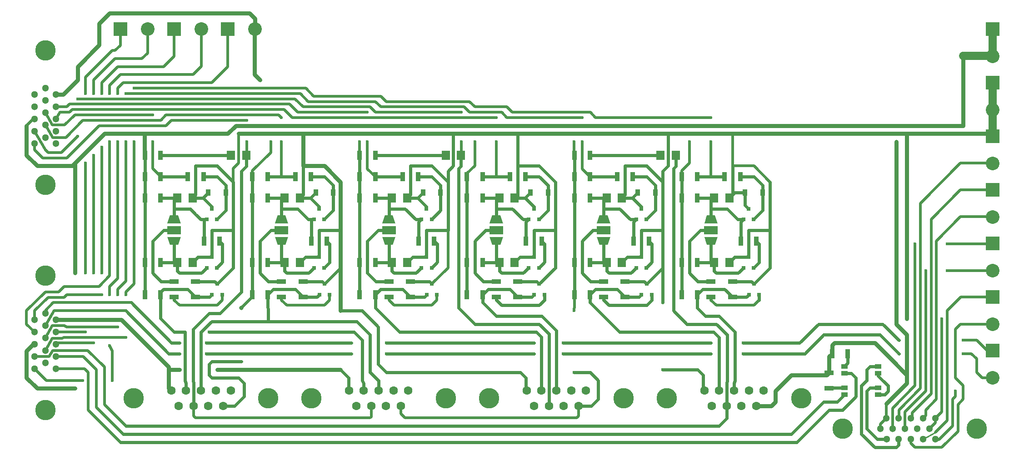
<source format=gbr>
G04 #@! TF.FileFunction,Copper,L1,Top,Signal*
%FSLAX46Y46*%
G04 Gerber Fmt 4.6, Leading zero omitted, Abs format (unit mm)*
G04 Created by KiCad (PCBNEW 4.0.3+e1-6302~38~ubuntu15.10.1-stable) date Wed Nov  9 08:21:01 2016*
%MOMM*%
%LPD*%
G01*
G04 APERTURE LIST*
%ADD10C,0.100000*%
%ADD11C,3.810000*%
%ADD12C,1.300000*%
%ADD13R,0.900000X1.700000*%
%ADD14R,1.597660X1.800860*%
%ADD15R,2.540000X2.540000*%
%ADD16C,2.540000*%
%ADD17R,0.800100X0.800100*%
%ADD18R,1.700000X0.900000*%
%ADD19C,1.600000*%
%ADD20R,1.300000X0.900000*%
%ADD21R,2.500000X1.500000*%
%ADD22R,0.910000X1.220000*%
%ADD23C,0.600000*%
%ADD24C,0.800000*%
%ADD25C,0.600000*%
%ADD26C,0.800000*%
%ADD27C,0.500000*%
%ADD28C,1.500000*%
%ADD29C,0.250000*%
G04 APERTURE END LIST*
D10*
D11*
X43500000Y-94000000D03*
X43500000Y-69000000D03*
D12*
X45480000Y-77170000D03*
X45480000Y-79460000D03*
X45480000Y-81750000D03*
X45480000Y-84040000D03*
X45480000Y-86330000D03*
X43500000Y-76030000D03*
X43500000Y-78320000D03*
X43500000Y-80610000D03*
X43500000Y-82900000D03*
X43500000Y-85190000D03*
X41520000Y-77200000D03*
X41520000Y-79460000D03*
X41520000Y-81750000D03*
X41520000Y-84040000D03*
X41520000Y-86330000D03*
D13*
X64950000Y-108500000D03*
X62050000Y-108500000D03*
D14*
X68080140Y-108500000D03*
X70919860Y-108500000D03*
X88080140Y-108500000D03*
X90919860Y-108500000D03*
X108080140Y-108500000D03*
X110919860Y-108500000D03*
X128080140Y-108500000D03*
X130919860Y-108500000D03*
X148080140Y-108500000D03*
X150919860Y-108500000D03*
X168080140Y-108500000D03*
X170919860Y-108500000D03*
X68080140Y-96500000D03*
X70919860Y-96500000D03*
X88080140Y-96500000D03*
X90919860Y-96500000D03*
X108080140Y-96500000D03*
X110919860Y-96500000D03*
X128080140Y-96500000D03*
X130919860Y-96500000D03*
X148080140Y-96500000D03*
X150919860Y-96500000D03*
X168080140Y-96500000D03*
X170919860Y-96500000D03*
D15*
X220000000Y-74960000D03*
D16*
X220000000Y-80040000D03*
D15*
X220000000Y-64960000D03*
D16*
X220000000Y-70040000D03*
D17*
X74550000Y-114500760D03*
X76450000Y-114500760D03*
X75500000Y-112501780D03*
X94550000Y-114500760D03*
X96450000Y-114500760D03*
X95500000Y-112501780D03*
X114550000Y-114500760D03*
X116450000Y-114500760D03*
X115500000Y-112501780D03*
X134550000Y-114500760D03*
X136450000Y-114500760D03*
X135500000Y-112501780D03*
X154550000Y-114500760D03*
X156450000Y-114500760D03*
X155500000Y-112501780D03*
X174550000Y-114500760D03*
X176450000Y-114500760D03*
X175500000Y-112501780D03*
X73550000Y-109500760D03*
X75450000Y-109500760D03*
X74500000Y-107501780D03*
X93550000Y-109500760D03*
X95450000Y-109500760D03*
X94500000Y-107501780D03*
D18*
X111500000Y-114950000D03*
X111500000Y-112050000D03*
X131500000Y-114950000D03*
X131500000Y-112050000D03*
X151500000Y-114950000D03*
X151500000Y-112050000D03*
X171500000Y-114950000D03*
X171500000Y-112050000D03*
D13*
X62050000Y-114500000D03*
X64950000Y-114500000D03*
X82050000Y-114500000D03*
X84950000Y-114500000D03*
X102050000Y-114500000D03*
X104950000Y-114500000D03*
X122050000Y-114500000D03*
X124950000Y-114500000D03*
X142050000Y-114500000D03*
X144950000Y-114500000D03*
X162050000Y-114500000D03*
X164950000Y-114500000D03*
D18*
X67500000Y-112050000D03*
X67500000Y-114950000D03*
X87500000Y-112050000D03*
X87500000Y-114950000D03*
X107500000Y-112050000D03*
X107500000Y-114950000D03*
X127500000Y-112050000D03*
X127500000Y-114950000D03*
X147500000Y-112050000D03*
X147500000Y-114950000D03*
X167500000Y-112050000D03*
X167500000Y-114950000D03*
D13*
X84950000Y-108500000D03*
X82050000Y-108500000D03*
X102050000Y-108500000D03*
X104950000Y-108500000D03*
X122050000Y-108500000D03*
X124950000Y-108500000D03*
X142050000Y-108500000D03*
X144950000Y-108500000D03*
X162050000Y-108500000D03*
X164950000Y-108500000D03*
X73050000Y-104500000D03*
X75950000Y-104500000D03*
X93050000Y-104500000D03*
X95950000Y-104500000D03*
X113050000Y-104500000D03*
X115950000Y-104500000D03*
X133050000Y-104500000D03*
X135950000Y-104500000D03*
X153050000Y-104500000D03*
X155950000Y-104500000D03*
X173050000Y-104500000D03*
X175950000Y-104500000D03*
X64950000Y-96500000D03*
X62050000Y-96500000D03*
X82050000Y-96500000D03*
X84950000Y-96500000D03*
X102050000Y-96500000D03*
X104950000Y-96500000D03*
X122050000Y-96500000D03*
X124950000Y-96500000D03*
X142050000Y-96500000D03*
X144950000Y-96500000D03*
X162050000Y-96500000D03*
X164950000Y-96500000D03*
X64950000Y-92500000D03*
X62050000Y-92500000D03*
X84950000Y-92500000D03*
X82050000Y-92500000D03*
X104950000Y-92500000D03*
X102050000Y-92500000D03*
D11*
X84990000Y-133850000D03*
X59990000Y-133850000D03*
D19*
X66950000Y-132430000D03*
X69720000Y-132430000D03*
X72490000Y-132430000D03*
X75260000Y-132430000D03*
X78030000Y-132430000D03*
X68335000Y-135270000D03*
X71105000Y-135270000D03*
X73875000Y-135270000D03*
X76645000Y-135270000D03*
D11*
X118090000Y-133850000D03*
X93090000Y-133850000D03*
D19*
X100050000Y-132430000D03*
X102820000Y-132430000D03*
X105590000Y-132430000D03*
X108360000Y-132430000D03*
X111130000Y-132430000D03*
X101435000Y-135270000D03*
X104205000Y-135270000D03*
X106975000Y-135270000D03*
X109745000Y-135270000D03*
D11*
X151190000Y-133850000D03*
X126190000Y-133850000D03*
D19*
X133150000Y-132430000D03*
X135920000Y-132430000D03*
X138690000Y-132430000D03*
X141460000Y-132430000D03*
X144230000Y-132430000D03*
X134535000Y-135270000D03*
X137305000Y-135270000D03*
X140075000Y-135270000D03*
X142845000Y-135270000D03*
D11*
X184290000Y-133850000D03*
X159290000Y-133850000D03*
D19*
X166250000Y-132430000D03*
X169020000Y-132430000D03*
X171790000Y-132430000D03*
X174560000Y-132430000D03*
X177330000Y-132430000D03*
X167635000Y-135270000D03*
X170405000Y-135270000D03*
X173175000Y-135270000D03*
X175945000Y-135270000D03*
D20*
X192350000Y-133135000D03*
X192350000Y-131865000D03*
X198650000Y-131865000D03*
X198650000Y-133135000D03*
X192350000Y-129135000D03*
X192350000Y-127865000D03*
X198650000Y-127865000D03*
X198650000Y-129135000D03*
D17*
X113550000Y-109500760D03*
X115450000Y-109500760D03*
X114500000Y-107501780D03*
X133550000Y-109500760D03*
X135450000Y-109500760D03*
X134500000Y-107501780D03*
X153550000Y-109500760D03*
X155450000Y-109500760D03*
X154500000Y-107501780D03*
X173550000Y-109500760D03*
X175450000Y-109500760D03*
X174500000Y-107501780D03*
X73550000Y-100500760D03*
X75450000Y-100500760D03*
X74500000Y-98501780D03*
X93550000Y-100500760D03*
X95450000Y-100500760D03*
X94500000Y-98501780D03*
X113550000Y-100500760D03*
X115450000Y-100500760D03*
X114500000Y-98501780D03*
X133550000Y-100500760D03*
X135450000Y-100500760D03*
X134500000Y-98501780D03*
X153550000Y-100500760D03*
X155450000Y-100500760D03*
X154500000Y-98501780D03*
X173550000Y-100500760D03*
X175450000Y-100500760D03*
X174500000Y-98501780D03*
D18*
X71500000Y-114950000D03*
X71500000Y-112050000D03*
X91500000Y-114950000D03*
X91500000Y-112050000D03*
D13*
X124950000Y-92500000D03*
X122050000Y-92500000D03*
X144950000Y-92500000D03*
X142050000Y-92500000D03*
X164950000Y-92500000D03*
X162050000Y-92500000D03*
X72950000Y-92500000D03*
X70050000Y-92500000D03*
X92950000Y-92500000D03*
X90050000Y-92500000D03*
X112950000Y-92500000D03*
X110050000Y-92500000D03*
X132950000Y-92500000D03*
X130050000Y-92500000D03*
X152950000Y-92500000D03*
X150050000Y-92500000D03*
X172950000Y-92500000D03*
X170050000Y-92500000D03*
D18*
X189500000Y-131950000D03*
X189500000Y-129050000D03*
D13*
X192950000Y-125500000D03*
X190050000Y-125500000D03*
X102050000Y-88500000D03*
X104950000Y-88500000D03*
X142050000Y-88500000D03*
X144950000Y-88500000D03*
X62050000Y-88500000D03*
X64950000Y-88500000D03*
D14*
X158080140Y-88500000D03*
X160919860Y-88500000D03*
X78080140Y-88500000D03*
X80919860Y-88500000D03*
X118080140Y-88500000D03*
X120919860Y-88500000D03*
D15*
X220000000Y-84960000D03*
D16*
X220000000Y-90040000D03*
D15*
X220000000Y-94960000D03*
D16*
X220000000Y-100040000D03*
D15*
X220000000Y-104960000D03*
D16*
X220000000Y-110040000D03*
D10*
G36*
X66750000Y-99750000D02*
X68250000Y-99750000D01*
X68750000Y-101250000D01*
X66250000Y-101250000D01*
X66750000Y-99750000D01*
X66750000Y-99750000D01*
G37*
G36*
X66250000Y-103750000D02*
X68750000Y-103750000D01*
X68250000Y-105250000D01*
X66750000Y-105250000D01*
X66250000Y-103750000D01*
X66250000Y-103750000D01*
G37*
D21*
X67500000Y-102500000D03*
D10*
G36*
X86750000Y-99750000D02*
X88250000Y-99750000D01*
X88750000Y-101250000D01*
X86250000Y-101250000D01*
X86750000Y-99750000D01*
X86750000Y-99750000D01*
G37*
G36*
X86250000Y-103750000D02*
X88750000Y-103750000D01*
X88250000Y-105250000D01*
X86750000Y-105250000D01*
X86250000Y-103750000D01*
X86250000Y-103750000D01*
G37*
D21*
X87500000Y-102500000D03*
D10*
G36*
X106750000Y-99750000D02*
X108250000Y-99750000D01*
X108750000Y-101250000D01*
X106250000Y-101250000D01*
X106750000Y-99750000D01*
X106750000Y-99750000D01*
G37*
G36*
X106250000Y-103750000D02*
X108750000Y-103750000D01*
X108250000Y-105250000D01*
X106750000Y-105250000D01*
X106250000Y-103750000D01*
X106250000Y-103750000D01*
G37*
D21*
X107500000Y-102500000D03*
D10*
G36*
X126750000Y-99750000D02*
X128250000Y-99750000D01*
X128750000Y-101250000D01*
X126250000Y-101250000D01*
X126750000Y-99750000D01*
X126750000Y-99750000D01*
G37*
G36*
X126250000Y-103750000D02*
X128750000Y-103750000D01*
X128250000Y-105250000D01*
X126750000Y-105250000D01*
X126250000Y-103750000D01*
X126250000Y-103750000D01*
G37*
D21*
X127500000Y-102500000D03*
D10*
G36*
X146750000Y-99750000D02*
X148250000Y-99750000D01*
X148750000Y-101250000D01*
X146250000Y-101250000D01*
X146750000Y-99750000D01*
X146750000Y-99750000D01*
G37*
G36*
X146250000Y-103750000D02*
X148750000Y-103750000D01*
X148250000Y-105250000D01*
X146750000Y-105250000D01*
X146250000Y-103750000D01*
X146250000Y-103750000D01*
G37*
D21*
X147500000Y-102500000D03*
D10*
G36*
X166750000Y-99750000D02*
X168250000Y-99750000D01*
X168750000Y-101250000D01*
X166250000Y-101250000D01*
X166750000Y-99750000D01*
X166750000Y-99750000D01*
G37*
G36*
X166250000Y-103750000D02*
X168750000Y-103750000D01*
X168250000Y-105250000D01*
X166750000Y-105250000D01*
X166250000Y-103750000D01*
X166250000Y-103750000D01*
G37*
D21*
X167500000Y-102500000D03*
D22*
X77135000Y-95500000D03*
X73865000Y-95500000D03*
X97135000Y-95500000D03*
X93865000Y-95500000D03*
X117135000Y-95500000D03*
X113865000Y-95500000D03*
X137135000Y-95500000D03*
X133865000Y-95500000D03*
X157135000Y-95500000D03*
X153865000Y-95500000D03*
X177135000Y-95500000D03*
X173865000Y-95500000D03*
D11*
X43500000Y-136000000D03*
X43500000Y-111000000D03*
D12*
X45480000Y-119170000D03*
X45480000Y-121460000D03*
X45480000Y-123750000D03*
X45480000Y-126040000D03*
X45480000Y-128330000D03*
X43500000Y-118030000D03*
X43500000Y-120320000D03*
X43500000Y-122610000D03*
X43500000Y-124900000D03*
X43500000Y-127190000D03*
X41520000Y-119200000D03*
X41520000Y-121460000D03*
X41520000Y-123750000D03*
X41520000Y-126040000D03*
X41520000Y-128330000D03*
D15*
X57460000Y-65000000D03*
D16*
X62540000Y-65000000D03*
D15*
X67460000Y-65000000D03*
D16*
X72540000Y-65000000D03*
D15*
X77460000Y-65000000D03*
D16*
X82540000Y-65000000D03*
D15*
X220000000Y-114960000D03*
D16*
X220000000Y-120040000D03*
D11*
X217000000Y-139500000D03*
X192000000Y-139500000D03*
D12*
X200170000Y-137520000D03*
X202460000Y-137520000D03*
X204750000Y-137520000D03*
X207040000Y-137520000D03*
X209330000Y-137520000D03*
X199030000Y-139500000D03*
X201320000Y-139500000D03*
X203610000Y-139500000D03*
X205900000Y-139500000D03*
X208190000Y-139500000D03*
X200200000Y-141480000D03*
X202460000Y-141480000D03*
X204750000Y-141480000D03*
X207040000Y-141480000D03*
X209330000Y-141480000D03*
D15*
X220000000Y-124960000D03*
D16*
X220000000Y-130040000D03*
D23*
X68500000Y-128500000D03*
X75500000Y-128500000D03*
X204000000Y-119000000D03*
X210500000Y-119000000D03*
X98500000Y-117500000D03*
X98500000Y-128500000D03*
X158500000Y-128500000D03*
X158500000Y-116000000D03*
X83500000Y-84500000D03*
X83500000Y-74500000D03*
X63500000Y-81000000D03*
X63500000Y-86000000D03*
X87500000Y-81500000D03*
X87500000Y-86000000D03*
X103500000Y-86000000D03*
X103500000Y-80500000D03*
X127500000Y-86000000D03*
X127500000Y-81500000D03*
X57000000Y-120500000D03*
X58500000Y-86000000D03*
X58500000Y-77000000D03*
X57000000Y-114500000D03*
X143500000Y-86000000D03*
X143500000Y-81500000D03*
X60000000Y-76000000D03*
X60000000Y-86000000D03*
X167500000Y-86000000D03*
X167500000Y-81500000D03*
X58500000Y-114500000D03*
X58500000Y-122500000D03*
X81000000Y-86000000D03*
X81000000Y-82000000D03*
X121000000Y-80500000D03*
X121000000Y-86000000D03*
X49500000Y-85000000D03*
X49500000Y-78000000D03*
X207500000Y-110000000D03*
X211500000Y-110000000D03*
X205500000Y-105000000D03*
X211500000Y-105000000D03*
X80000000Y-127000000D03*
D24*
X80000000Y-117000000D03*
D23*
X202000000Y-83000000D03*
X202000000Y-86000000D03*
X85500000Y-83000000D03*
X85500000Y-86000000D03*
X142000000Y-129000000D03*
X142000000Y-117500000D03*
X163500000Y-83000000D03*
X163500000Y-86000000D03*
X142000000Y-83000000D03*
X142000000Y-86000000D03*
X123500000Y-83000000D03*
X123500000Y-86000000D03*
X102000000Y-83000000D03*
X102000000Y-86000000D03*
X49000000Y-110500000D03*
X49000000Y-132000000D03*
X69500000Y-121500000D03*
X74000000Y-121500000D03*
X200500000Y-132500000D03*
X213000000Y-132500000D03*
X51000000Y-110500000D03*
X51000000Y-121500000D03*
X51000000Y-77000000D03*
X51000000Y-90000000D03*
X52500000Y-88500000D03*
X52500000Y-77000000D03*
X52500000Y-123500000D03*
X52500000Y-110500000D03*
X214500000Y-123000000D03*
X202500000Y-123000000D03*
X134500000Y-123500000D03*
X140000000Y-123500000D03*
X100500000Y-123500000D03*
X73500000Y-123500000D03*
X68500000Y-123500000D03*
X107000000Y-123500000D03*
X173500000Y-123500000D03*
X167500000Y-123500000D03*
X202500000Y-125500000D03*
X214500000Y-125500000D03*
X167500000Y-125500000D03*
X173500000Y-125500000D03*
X140000000Y-125500000D03*
X134500000Y-125500000D03*
X107000000Y-125500000D03*
X100500000Y-125500000D03*
X73500000Y-125500000D03*
X68500000Y-125500000D03*
X54000000Y-87000000D03*
X54000000Y-77000000D03*
X54000000Y-114500000D03*
X54000000Y-110500000D03*
X55500000Y-86000000D03*
X55500000Y-77000000D03*
X57000000Y-86000000D03*
X57000000Y-77000000D03*
X50500000Y-130500000D03*
X55500000Y-114500000D03*
X55500000Y-124000000D03*
X56000000Y-130500000D03*
D25*
X119500000Y-129000000D02*
X107000000Y-129000000D01*
X102500000Y-117500000D02*
X98500000Y-117500000D01*
X105500000Y-120500000D02*
X102500000Y-117500000D01*
X105500000Y-127500000D02*
X105500000Y-120500000D01*
X107000000Y-129000000D02*
X105500000Y-127500000D01*
D26*
X66500000Y-128500000D02*
X68500000Y-128500000D01*
X94500000Y-128500000D02*
X97000000Y-128500000D01*
X75500000Y-128500000D02*
X94500000Y-128500000D01*
X97000000Y-128500000D02*
X98500000Y-128500000D01*
X204000000Y-84500000D02*
X204000000Y-93500000D01*
X204000000Y-119000000D02*
X204000000Y-93500000D01*
D27*
X210500000Y-136350000D02*
X209330000Y-137520000D01*
X210500000Y-136350000D02*
X210500000Y-119000000D01*
D26*
X171500000Y-84500000D02*
X204000000Y-84500000D01*
X204000000Y-84500000D02*
X219540000Y-84500000D01*
D27*
X219540000Y-84500000D02*
X220000000Y-84960000D01*
D25*
X133000000Y-130000000D02*
X133000000Y-132280000D01*
X132000000Y-129000000D02*
X133000000Y-130000000D01*
X119500000Y-129000000D02*
X132000000Y-129000000D01*
D27*
X133000000Y-132280000D02*
X133150000Y-132430000D01*
D26*
X98500000Y-109500000D02*
X98500000Y-117500000D01*
X98500000Y-128500000D02*
X98500000Y-128500000D01*
D25*
X100000000Y-131000000D02*
X100050000Y-132430000D01*
X98500000Y-128500000D02*
X100000000Y-130000000D01*
X100000000Y-130000000D02*
X100000000Y-131000000D01*
X100000000Y-131000000D02*
X100000000Y-131000000D01*
X158500000Y-109500000D02*
X158500000Y-116000000D01*
X166000000Y-129500000D02*
X166000000Y-132180000D01*
X165000000Y-128500000D02*
X166000000Y-129500000D01*
X158500000Y-128500000D02*
X165000000Y-128500000D01*
X166000000Y-132180000D02*
X166250000Y-132430000D01*
D27*
X82540000Y-65000000D02*
X82500000Y-65040000D01*
D26*
X82500000Y-65040000D02*
X82500000Y-73500000D01*
X82500000Y-73500000D02*
X83500000Y-74500000D01*
D27*
X171500000Y-90500000D02*
X171500000Y-84500000D01*
D26*
X171500000Y-84500000D02*
X162000000Y-84500000D01*
X162000000Y-84500000D02*
X159500000Y-84500000D01*
D25*
X158500000Y-93500000D02*
X158500000Y-91500000D01*
X159500000Y-90500000D02*
X159500000Y-84500000D01*
X158500000Y-91500000D02*
X159500000Y-90500000D01*
D26*
X159500000Y-84500000D02*
X141500000Y-84500000D01*
X141500000Y-84500000D02*
X131500000Y-84500000D01*
D25*
X118500000Y-93500000D02*
X118500000Y-91500000D01*
X119500000Y-90500000D02*
X119500000Y-84500000D01*
X118500000Y-91500000D02*
X119500000Y-90500000D01*
X131500000Y-90500000D02*
X131500000Y-84500000D01*
D26*
X131500000Y-84500000D02*
X126000000Y-84500000D01*
X126000000Y-84500000D02*
X119500000Y-84500000D01*
X119500000Y-84500000D02*
X91500000Y-84500000D01*
X79500000Y-84500000D02*
X83500000Y-84500000D01*
X83500000Y-84500000D02*
X91500000Y-84500000D01*
X91500000Y-84500000D02*
X91500000Y-90500000D01*
X219540000Y-74500000D02*
X220000000Y-74960000D01*
D27*
X79500000Y-84500000D02*
X79500000Y-84500000D01*
X79500000Y-90000000D02*
X79500000Y-84500000D01*
X78500000Y-93500000D02*
X78500000Y-91000000D01*
X78500000Y-91000000D02*
X79500000Y-90000000D01*
D26*
X49500000Y-74500000D02*
X49500000Y-72000000D01*
X46830000Y-77170000D02*
X49500000Y-74500000D01*
X45480000Y-77170000D02*
X46830000Y-77170000D01*
X82540000Y-63040000D02*
X82540000Y-65000000D01*
X81500000Y-62000000D02*
X82540000Y-63040000D01*
X55500000Y-62000000D02*
X81500000Y-62000000D01*
X53500000Y-64000000D02*
X55500000Y-62000000D01*
X53500000Y-68000000D02*
X53500000Y-64000000D01*
X49500000Y-72000000D02*
X53500000Y-68000000D01*
X66500000Y-131980000D02*
X66500000Y-129500000D01*
X57670000Y-119170000D02*
X66500000Y-128000000D01*
X66500000Y-128000000D02*
X66500000Y-128500000D01*
X66500000Y-128500000D02*
X66500000Y-129500000D01*
X57670000Y-119170000D02*
X45480000Y-119170000D01*
X66500000Y-131980000D02*
X66950000Y-132430000D01*
D28*
X220000000Y-74960000D02*
X220000000Y-80040000D01*
X220000000Y-80040000D02*
X220000000Y-84960000D01*
D27*
X208190000Y-139500000D02*
X209330000Y-138360000D01*
X209330000Y-138360000D02*
X209330000Y-137520000D01*
D25*
X178500000Y-102500000D02*
X178500000Y-109501780D01*
X178500000Y-109501780D02*
X175500000Y-112501780D01*
X174500000Y-107501780D02*
X174500000Y-102500000D01*
X171500000Y-90500000D02*
X171500000Y-95919860D01*
D27*
X175500000Y-90500000D02*
X171500000Y-90500000D01*
X178500000Y-93500000D02*
X175500000Y-90500000D01*
D25*
X178500000Y-99500000D02*
X178500000Y-93500000D01*
X178500000Y-102500000D02*
X178500000Y-99500000D01*
X174500000Y-102500000D02*
X178500000Y-102500000D01*
X154500000Y-98501780D02*
X154500000Y-98135000D01*
X154500000Y-98135000D02*
X152865000Y-96500000D01*
X150919860Y-96500000D02*
X152865000Y-96500000D01*
X152865000Y-96500000D02*
X153865000Y-95500000D01*
X158500000Y-102500000D02*
X158500000Y-109500000D01*
X158500000Y-109500000D02*
X158500000Y-109501780D01*
X158500000Y-109501780D02*
X155500000Y-112501780D01*
X154500000Y-107501780D02*
X154500000Y-102500000D01*
X158500000Y-102500000D02*
X158500000Y-99500000D01*
X154500000Y-102500000D02*
X158500000Y-102500000D01*
X151500000Y-92500000D02*
X151500000Y-90500000D01*
X151500000Y-90500000D02*
X155500000Y-90500000D01*
X155500000Y-90500000D02*
X158500000Y-93500000D01*
X158500000Y-93500000D02*
X158500000Y-99500000D01*
X151500000Y-95919860D02*
X151500000Y-92500000D01*
X138500000Y-102500000D02*
X138500000Y-94500000D01*
X131500000Y-90500000D02*
X131500000Y-96500000D01*
X135500000Y-90500000D02*
X131500000Y-90500000D01*
X138500000Y-93500000D02*
X135500000Y-90500000D01*
X138500000Y-94500000D02*
X138500000Y-93500000D01*
X131500000Y-96500000D02*
X130919860Y-96500000D01*
X134500000Y-107501780D02*
X134500000Y-102500000D01*
X138500000Y-109501780D02*
X135500000Y-112501780D01*
X138500000Y-102500000D02*
X138500000Y-109501780D01*
X134500000Y-102500000D02*
X138500000Y-102500000D01*
X134500000Y-98501780D02*
X134500000Y-98135000D01*
X134500000Y-98135000D02*
X132865000Y-96500000D01*
X130919860Y-96500000D02*
X132865000Y-96500000D01*
X132865000Y-96500000D02*
X133865000Y-95500000D01*
X74500000Y-98501780D02*
X74500000Y-98135000D01*
X74500000Y-98135000D02*
X72865000Y-96500000D01*
X70919860Y-96500000D02*
X72865000Y-96500000D01*
X72865000Y-96500000D02*
X73865000Y-95500000D01*
D27*
X118500000Y-102500000D02*
X118500000Y-109500000D01*
X118500000Y-109500000D02*
X118500000Y-109501780D01*
X118500000Y-109501780D02*
X115500000Y-112501780D01*
D25*
X114500000Y-107501780D02*
X114500000Y-102500000D01*
X111500000Y-90500000D02*
X111500000Y-95919860D01*
X115500000Y-90500000D02*
X111500000Y-90500000D01*
X118500000Y-93500000D02*
X118250000Y-93250000D01*
X118250000Y-93250000D02*
X115500000Y-90500000D01*
X118500000Y-99500000D02*
X118500000Y-93500000D01*
X118500000Y-102500000D02*
X118500000Y-99500000D01*
X114500000Y-102500000D02*
X118500000Y-102500000D01*
X114500000Y-98501780D02*
X114500000Y-98135000D01*
X114500000Y-98135000D02*
X112865000Y-96500000D01*
D26*
X98500000Y-102500000D02*
X98500000Y-109500000D01*
D25*
X98500000Y-109500000D02*
X98500000Y-109501780D01*
X98500000Y-109501780D02*
X95500000Y-112501780D01*
X94500000Y-107501780D02*
X94500000Y-102500000D01*
D26*
X91500000Y-90500000D02*
X95500000Y-90500000D01*
X98500000Y-93500000D02*
X98500000Y-102500000D01*
X95500000Y-90500000D02*
X98500000Y-93500000D01*
D25*
X91500000Y-90500000D02*
X91500000Y-95919860D01*
X94500000Y-102500000D02*
X98500000Y-102500000D01*
X90919860Y-96500000D02*
X91500000Y-95919860D01*
X94500000Y-98501780D02*
X94500000Y-98135000D01*
X94500000Y-98135000D02*
X92865000Y-96500000D01*
X90919860Y-96500000D02*
X92865000Y-96500000D01*
X92865000Y-96500000D02*
X93865000Y-95500000D01*
X74500000Y-107501780D02*
X74500000Y-103500000D01*
X74500000Y-102500000D02*
X78500000Y-102500000D01*
X74500000Y-103500000D02*
X74500000Y-102500000D01*
X70919860Y-96500000D02*
X71500000Y-95919860D01*
X71500000Y-95919860D02*
X71500000Y-90500000D01*
X78500000Y-93500000D02*
X78500000Y-102500000D01*
X75500000Y-90500000D02*
X78500000Y-93500000D01*
X71500000Y-90500000D02*
X75500000Y-90500000D01*
X78500000Y-102500000D02*
X78500000Y-109501780D01*
X78500000Y-109501780D02*
X75500000Y-112501780D01*
X171500000Y-112050000D02*
X175048220Y-112050000D01*
X175048220Y-112050000D02*
X175500000Y-112501780D01*
X151500000Y-112050000D02*
X155048220Y-112050000D01*
X155048220Y-112050000D02*
X155500000Y-112501780D01*
X131500000Y-112050000D02*
X135048220Y-112050000D01*
X135048220Y-112050000D02*
X135500000Y-112501780D01*
X111500000Y-112050000D02*
X115050000Y-112050000D01*
X115050000Y-112050000D02*
X115500000Y-112500000D01*
X115500000Y-112500000D02*
X115500000Y-112501780D01*
X91500000Y-112050000D02*
X95048220Y-112050000D01*
X95048220Y-112050000D02*
X95500000Y-112501780D01*
X75500000Y-112501780D02*
X75500000Y-112500000D01*
X71500000Y-112050000D02*
X75048220Y-112050000D01*
X75048220Y-112050000D02*
X75500000Y-112501780D01*
X171500000Y-95919860D02*
X170919860Y-96500000D01*
X170919860Y-108500000D02*
X171918080Y-107501780D01*
X171918080Y-107501780D02*
X174500000Y-107501780D01*
X173865000Y-95500000D02*
X173865000Y-97866780D01*
X173865000Y-97866780D02*
X174500000Y-98501780D01*
X170919860Y-96500000D02*
X171919860Y-95500000D01*
X171919860Y-95500000D02*
X173865000Y-95500000D01*
X150919860Y-96500000D02*
X151500000Y-95919860D01*
X150919860Y-108500000D02*
X151918080Y-107501780D01*
X151918080Y-107501780D02*
X154500000Y-107501780D01*
X130919860Y-108500000D02*
X131918080Y-107501780D01*
X131918080Y-107501780D02*
X134500000Y-107501780D01*
X111500000Y-95919860D02*
X110919860Y-96500000D01*
X114500000Y-107501780D02*
X111918080Y-107501780D01*
X111918080Y-107501780D02*
X110919860Y-108500000D01*
X110919860Y-96500000D02*
X112865000Y-96500000D01*
X112865000Y-96500000D02*
X113865000Y-95500000D01*
X90919860Y-108500000D02*
X91918080Y-107501780D01*
X91918080Y-107501780D02*
X94500000Y-107501780D01*
X70919860Y-108500000D02*
X71918080Y-107501780D01*
X71918080Y-107501780D02*
X74500000Y-107501780D01*
D27*
X46900000Y-82900000D02*
X47100000Y-82900000D01*
X63500000Y-86000000D02*
X63500000Y-91000000D01*
X64950000Y-92450000D02*
X63500000Y-91000000D01*
X49000000Y-81000000D02*
X63500000Y-81000000D01*
X44800000Y-82900000D02*
X46900000Y-82900000D01*
X44800000Y-82900000D02*
X43500000Y-80610000D01*
X47100000Y-82900000D02*
X49000000Y-81000000D01*
X64950000Y-92450000D02*
X64950000Y-92500000D01*
D25*
X64950000Y-92500000D02*
X64950000Y-91950000D01*
X64950000Y-92500000D02*
X70050000Y-92500000D01*
D27*
X87500000Y-92500000D02*
X87500000Y-86000000D01*
X46999205Y-85200002D02*
X47000000Y-85200000D01*
X87500000Y-81500000D02*
X87500000Y-81500000D01*
X47299998Y-85200002D02*
X50500000Y-82000000D01*
X46999205Y-85200002D02*
X47299998Y-85200002D01*
X66000000Y-81000000D02*
X87000000Y-81000000D01*
X87000000Y-81000000D02*
X87500000Y-81500000D01*
X65000000Y-82000000D02*
X66000000Y-81000000D01*
X50500000Y-82000000D02*
X65000000Y-82000000D01*
X43500000Y-82900000D02*
X44862173Y-85205665D01*
X44862173Y-85205665D02*
X46999205Y-85200002D01*
D25*
X87500000Y-92500000D02*
X90050000Y-92500000D01*
X84950000Y-92500000D02*
X87500000Y-92500000D01*
D27*
X103500000Y-80500000D02*
X103500000Y-80500000D01*
X48000000Y-79000000D02*
X89000000Y-79000000D01*
X89000000Y-79000000D02*
X90500000Y-80500000D01*
X90500000Y-80500000D02*
X103500000Y-80500000D01*
X47500000Y-79500000D02*
X48000000Y-79000000D01*
X103500000Y-80500000D02*
X103500000Y-80500000D01*
X103500000Y-91050000D02*
X104950000Y-92500000D01*
X103500000Y-86000000D02*
X103500000Y-91050000D01*
X45480000Y-79460000D02*
X46960000Y-79460000D01*
X47500000Y-79500000D02*
X47500000Y-79500000D01*
X46960000Y-79460000D02*
X47500000Y-79500000D01*
D25*
X104950000Y-92500000D02*
X104950000Y-91950000D01*
X104950000Y-92500000D02*
X110050000Y-92500000D01*
D27*
X127500000Y-81500000D02*
X127500000Y-81500000D01*
X48500000Y-80000000D02*
X88000000Y-80000000D01*
X88000000Y-80000000D02*
X89500000Y-81500000D01*
X48000000Y-80500000D02*
X48500000Y-80000000D01*
X46230000Y-80500000D02*
X48000000Y-80500000D01*
X89500000Y-81500000D02*
X126500000Y-81500000D01*
X126500000Y-81500000D02*
X127500000Y-81500000D01*
X45480000Y-81750000D02*
X46230000Y-80500000D01*
X127500000Y-86000000D02*
X127500000Y-92500000D01*
D25*
X124950000Y-92500000D02*
X127500000Y-92500000D01*
X127500000Y-92500000D02*
X130050000Y-92500000D01*
D27*
X129500000Y-81500000D02*
X143500000Y-81500000D01*
X46600000Y-120300000D02*
X44800000Y-120300000D01*
X43500000Y-122610000D02*
X44800000Y-120300000D01*
X47500000Y-120500000D02*
X52000000Y-120500000D01*
X52000000Y-120500000D02*
X53000000Y-120500000D01*
X53000000Y-120500000D02*
X57000000Y-120500000D01*
X47000000Y-120300000D02*
X47500000Y-120500000D01*
X46600000Y-120300000D02*
X47000000Y-120300000D01*
X57000000Y-114500000D02*
X57000000Y-113500000D01*
X57000000Y-113500000D02*
X58500000Y-112000000D01*
X58500000Y-112000000D02*
X58500000Y-86000000D01*
X143500000Y-91050000D02*
X144950000Y-92500000D01*
X128500000Y-80500000D02*
X129500000Y-81500000D01*
X61000000Y-77000000D02*
X91000000Y-77000000D01*
X91000000Y-77000000D02*
X92500000Y-78500000D01*
X92500000Y-78500000D02*
X105000000Y-78500000D01*
X105000000Y-78500000D02*
X106000000Y-79500000D01*
X106000000Y-79500000D02*
X121500000Y-79500000D01*
X121500000Y-79500000D02*
X122500000Y-80500000D01*
X122500000Y-80500000D02*
X128500000Y-80500000D01*
X60500000Y-77000000D02*
X61000000Y-77000000D01*
X58500000Y-77000000D02*
X60500000Y-77000000D01*
X143500000Y-86000000D02*
X143500000Y-91050000D01*
D25*
X144950000Y-92500000D02*
X144950000Y-91950000D01*
X144950000Y-92500000D02*
X150050000Y-92500000D01*
D27*
X146000000Y-81500000D02*
X167500000Y-81500000D01*
X123500000Y-79500000D02*
X129500000Y-79500000D01*
X129500000Y-79500000D02*
X130500000Y-80500000D01*
X130500000Y-80500000D02*
X145000000Y-80500000D01*
X145000000Y-80500000D02*
X146000000Y-81500000D01*
X60000000Y-76000000D02*
X92000000Y-76000000D01*
X92000000Y-76000000D02*
X93500000Y-77500000D01*
X93500000Y-77500000D02*
X106000000Y-77500000D01*
X106000000Y-77500000D02*
X107000000Y-78500000D01*
X107000000Y-78500000D02*
X122500000Y-78500000D01*
X122500000Y-78500000D02*
X123500000Y-79500000D01*
X167500000Y-86000000D02*
X167500000Y-92500000D01*
X60000000Y-86000000D02*
X60000000Y-112500000D01*
X60000000Y-112500000D02*
X58500000Y-114000000D01*
X58500000Y-114000000D02*
X58500000Y-114500000D01*
X44817905Y-122610306D02*
X46589694Y-122610306D01*
X44817905Y-122610306D02*
X43500000Y-124900000D01*
X46589694Y-122610306D02*
X47000000Y-122500000D01*
X47000000Y-122500000D02*
X51500000Y-122500000D01*
X51500000Y-122500000D02*
X53500000Y-122500000D01*
X53500000Y-122500000D02*
X58500000Y-122500000D01*
X60000000Y-86000000D02*
X60000000Y-86000000D01*
D25*
X164950000Y-92500000D02*
X167500000Y-92500000D01*
X167500000Y-92500000D02*
X170050000Y-92500000D01*
X170405000Y-135270000D02*
X170405000Y-137595000D01*
X169000000Y-139000000D02*
X170405000Y-137595000D01*
X58500000Y-139000000D02*
X169000000Y-139000000D01*
D27*
X54500000Y-135000000D02*
X58500000Y-139000000D01*
X54500000Y-128000000D02*
X54500000Y-135000000D01*
X51400000Y-124900000D02*
X54500000Y-128000000D01*
X51400000Y-124900000D02*
X47500000Y-124900000D01*
X47500000Y-124900000D02*
X44900000Y-124900000D01*
X44160000Y-126040000D02*
X41720000Y-126040000D01*
X44160000Y-126040000D02*
X44900000Y-124900000D01*
X47400000Y-124900000D02*
X47500000Y-124900000D01*
D25*
X170405000Y-135270000D02*
X170405000Y-131000000D01*
X170405000Y-131000000D02*
X170500000Y-130500000D01*
X170500000Y-130500000D02*
X170500000Y-122000000D01*
X160919860Y-90580140D02*
X160500000Y-91000000D01*
X160500000Y-91000000D02*
X160500000Y-117500000D01*
X160919860Y-90580140D02*
X160919860Y-88500000D01*
X170500000Y-122000000D02*
X168500000Y-120000000D01*
X168500000Y-120000000D02*
X163000000Y-120000000D01*
X163000000Y-120000000D02*
X160500000Y-117500000D01*
X71105000Y-135270000D02*
X71105000Y-131000000D01*
X71105000Y-131000000D02*
X71000000Y-130500000D01*
X71000000Y-130500000D02*
X71000000Y-121000000D01*
X80919860Y-88500000D02*
X80919860Y-90580140D01*
X71000000Y-121000000D02*
X74000000Y-118000000D01*
X74000000Y-118000000D02*
X76000000Y-118000000D01*
X76000000Y-118000000D02*
X80000000Y-114000000D01*
X80000000Y-91500000D02*
X80919860Y-90580140D01*
X80000000Y-91500000D02*
X80000000Y-114000000D01*
D27*
X81000000Y-88419860D02*
X81000000Y-86000000D01*
X81000000Y-88419860D02*
X80919860Y-88500000D01*
X47500000Y-89000000D02*
X53500000Y-83000000D01*
X67000000Y-82000000D02*
X81000000Y-82000000D01*
X66000000Y-83000000D02*
X67000000Y-82000000D01*
X53500000Y-83000000D02*
X66000000Y-83000000D01*
X41520000Y-87520000D02*
X41520000Y-86330000D01*
X43000000Y-89000000D02*
X47500000Y-89000000D01*
X41520000Y-87520000D02*
X43000000Y-89000000D01*
X81000000Y-82000000D02*
X81000000Y-82000000D01*
X81000000Y-88419860D02*
X80919860Y-88500000D01*
X71105000Y-135270000D02*
X71105000Y-137105000D01*
X104205000Y-137295000D02*
X104205000Y-135270000D01*
X104000000Y-137500000D02*
X104205000Y-137295000D01*
X71500000Y-137500000D02*
X104000000Y-137500000D01*
X71105000Y-137105000D02*
X71500000Y-137500000D01*
X91500000Y-79500000D02*
X91500000Y-79500000D01*
X105000000Y-80500000D02*
X121000000Y-80500000D01*
X121000000Y-88419860D02*
X121000000Y-86000000D01*
X104000000Y-79500000D02*
X105000000Y-80500000D01*
X104000000Y-79500000D02*
X91500000Y-79500000D01*
X121000000Y-88419860D02*
X120919860Y-88500000D01*
X51500000Y-78000000D02*
X90000000Y-78000000D01*
X51000000Y-78000000D02*
X51500000Y-78000000D01*
X49500000Y-78000000D02*
X51000000Y-78000000D01*
X90000000Y-78000000D02*
X91500000Y-79500000D01*
X43500000Y-87500000D02*
X44000000Y-88000000D01*
X41520000Y-84040000D02*
X43500000Y-87500000D01*
X46500000Y-88000000D02*
X49500000Y-85000000D01*
X44000000Y-88000000D02*
X46500000Y-88000000D01*
D25*
X120500000Y-117000000D02*
X123500000Y-120000000D01*
X120919860Y-90580140D02*
X120500000Y-91000000D01*
X120500000Y-91000000D02*
X120500000Y-117000000D01*
X120919860Y-88500000D02*
X120919860Y-90580140D01*
X137305000Y-121805000D02*
X137305000Y-135270000D01*
X135500000Y-120000000D02*
X137305000Y-121805000D01*
X123500000Y-120000000D02*
X135500000Y-120000000D01*
D27*
X206500000Y-105500000D02*
X206500000Y-105500000D01*
X219960000Y-90000000D02*
X214000000Y-90000000D01*
X206500000Y-132000000D02*
X206500000Y-105500000D01*
X202500000Y-136000000D02*
X206500000Y-132000000D01*
X202500000Y-136000000D02*
X202500000Y-137480000D01*
X206500000Y-97500000D02*
X214000000Y-90000000D01*
X206500000Y-105500000D02*
X206500000Y-97500000D01*
X202460000Y-137520000D02*
X202500000Y-137480000D01*
X220000000Y-90040000D02*
X219960000Y-90000000D01*
X208500000Y-128500000D02*
X208500000Y-100500000D01*
X219960000Y-95000000D02*
X217000000Y-95000000D01*
X208500000Y-133000000D02*
X208500000Y-128500000D01*
X205000000Y-136500000D02*
X208500000Y-133000000D01*
X205000000Y-136500000D02*
X205000000Y-137270000D01*
X214000000Y-95000000D02*
X217000000Y-95000000D01*
X208500000Y-100500000D02*
X214000000Y-95000000D01*
X204750000Y-137520000D02*
X205000000Y-137270000D01*
X220000000Y-94960000D02*
X219960000Y-95000000D01*
X219960000Y-110000000D02*
X217000000Y-110000000D01*
X203610000Y-136390000D02*
X207500000Y-132500000D01*
X207500000Y-132500000D02*
X207500000Y-110000000D01*
X203610000Y-136390000D02*
X203610000Y-139500000D01*
X211500000Y-110000000D02*
X217000000Y-110000000D01*
X220000000Y-110040000D02*
X219960000Y-110000000D01*
X219960000Y-105000000D02*
X217000000Y-105000000D01*
X201320000Y-135680000D02*
X205500000Y-131500000D01*
X205500000Y-131500000D02*
X205500000Y-105000000D01*
X205500000Y-105000000D02*
X205500000Y-105000000D01*
X201320000Y-135680000D02*
X201320000Y-139500000D01*
X211500000Y-105000000D02*
X217000000Y-105000000D01*
X220000000Y-104960000D02*
X219960000Y-105000000D01*
X209500000Y-104500000D02*
X214000000Y-100000000D01*
X219960000Y-100000000D02*
X217000000Y-100000000D01*
X209500000Y-134000000D02*
X209500000Y-104500000D01*
X207500000Y-136000000D02*
X209500000Y-134000000D01*
X207500000Y-137060000D02*
X207500000Y-136000000D01*
X207500000Y-137060000D02*
X207040000Y-137520000D01*
X214000000Y-100000000D02*
X217000000Y-100000000D01*
X220000000Y-100040000D02*
X219960000Y-100000000D01*
X45480000Y-126040000D02*
X50540000Y-126040000D01*
D25*
X190985000Y-134500000D02*
X192350000Y-133135000D01*
X188500000Y-134500000D02*
X190985000Y-134500000D01*
X182500000Y-140500000D02*
X188500000Y-134500000D01*
X58000000Y-140500000D02*
X182500000Y-140500000D01*
D27*
X50540000Y-126040000D02*
X53000000Y-128500000D01*
X53000000Y-128500000D02*
X53000000Y-135500000D01*
X53000000Y-135500000D02*
X58000000Y-140500000D01*
D25*
X193635000Y-129135000D02*
X194500000Y-130000000D01*
X194500000Y-130000000D02*
X194500000Y-133500000D01*
X194500000Y-133500000D02*
X192000000Y-136000000D01*
X192000000Y-136000000D02*
X189500000Y-136000000D01*
D27*
X45480000Y-128330000D02*
X50830000Y-128330000D01*
D25*
X183500000Y-142000000D02*
X189500000Y-136000000D01*
X57500000Y-142000000D02*
X183500000Y-142000000D01*
D27*
X51500000Y-129000000D02*
X51500000Y-136000000D01*
X51500000Y-136000000D02*
X57500000Y-142000000D01*
X50830000Y-128330000D02*
X51500000Y-129000000D01*
D25*
X193635000Y-129135000D02*
X192350000Y-129135000D01*
D27*
X82050000Y-114500000D02*
X82050000Y-114950000D01*
X82050000Y-114950000D02*
X80000000Y-117000000D01*
D25*
X78730000Y-135270000D02*
X76645000Y-135270000D01*
X80500000Y-133500000D02*
X78730000Y-135270000D01*
X80500000Y-131000000D02*
X80500000Y-133500000D01*
X79500000Y-130000000D02*
X80500000Y-131000000D01*
X74500000Y-130000000D02*
X79500000Y-130000000D01*
X74000000Y-129500000D02*
X74500000Y-130000000D01*
X74000000Y-127500000D02*
X74000000Y-129500000D01*
X74500000Y-127000000D02*
X74000000Y-127500000D01*
X80000000Y-127000000D02*
X74500000Y-127000000D01*
D26*
X202000000Y-120000000D02*
X202000000Y-111500000D01*
X204000000Y-122000000D02*
X202000000Y-120000000D01*
X204000000Y-129500000D02*
X204000000Y-122000000D01*
X202000000Y-89500000D02*
X202000000Y-86000000D01*
X202000000Y-111500000D02*
X202000000Y-89500000D01*
X201000000Y-126500000D02*
X204000000Y-129500000D01*
D27*
X200170000Y-134830000D02*
X200170000Y-137520000D01*
D26*
X204000000Y-131000000D02*
X204000000Y-129500000D01*
X200170000Y-134830000D02*
X204000000Y-131000000D01*
D28*
X220000000Y-64960000D02*
X220000000Y-70040000D01*
D27*
X82050000Y-92500000D02*
X82050000Y-91450000D01*
X85500000Y-88000000D02*
X85500000Y-86000000D01*
X82050000Y-91450000D02*
X85500000Y-88000000D01*
X102000000Y-114500000D02*
X102050000Y-114500000D01*
X142050000Y-114500000D02*
X142050000Y-116550000D01*
D25*
X145230000Y-135270000D02*
X142845000Y-135270000D01*
X146500000Y-134000000D02*
X145230000Y-135270000D01*
X146500000Y-130500000D02*
X146500000Y-134000000D01*
X142000000Y-129000000D02*
X145000000Y-129000000D01*
X145000000Y-129000000D02*
X146500000Y-130500000D01*
D27*
X142000000Y-129000000D02*
X142000000Y-129000000D01*
X142000000Y-129000000D02*
X142000000Y-129000000D01*
X142000000Y-117500000D02*
X142000000Y-117500000D01*
X142050000Y-116550000D02*
X142000000Y-117500000D01*
X109745000Y-135270000D02*
X109745000Y-136745000D01*
X109745000Y-136745000D02*
X110500000Y-137500000D01*
X110500000Y-137500000D02*
X142500000Y-137500000D01*
X142500000Y-137500000D02*
X142845000Y-137155000D01*
X142845000Y-137155000D02*
X142845000Y-135270000D01*
X162050000Y-92500000D02*
X162050000Y-91450000D01*
X163500000Y-90000000D02*
X163500000Y-86000000D01*
X162050000Y-91450000D02*
X163500000Y-90000000D01*
X142050000Y-88500000D02*
X142000000Y-88450000D01*
X142000000Y-88450000D02*
X142000000Y-86000000D01*
X122050000Y-92500000D02*
X122050000Y-91950000D01*
X122050000Y-91950000D02*
X123500000Y-90500000D01*
X123500000Y-90500000D02*
X123500000Y-86000000D01*
X102000000Y-88450000D02*
X102000000Y-86000000D01*
D26*
X165000000Y-83000000D02*
X202000000Y-83000000D01*
X165000000Y-83000000D02*
X163500000Y-83000000D01*
X202000000Y-83000000D02*
X214500000Y-83000000D01*
D28*
X214500000Y-70000000D02*
X219960000Y-70000000D01*
D26*
X214500000Y-83000000D02*
X214500000Y-70000000D01*
X141500000Y-83000000D02*
X126000000Y-83000000D01*
X118000000Y-83000000D02*
X102000000Y-83000000D01*
X102000000Y-83000000D02*
X100000000Y-83000000D01*
X89500000Y-83000000D02*
X93000000Y-83000000D01*
X85500000Y-83000000D02*
X89500000Y-83000000D01*
X100000000Y-83000000D02*
X93000000Y-83000000D01*
X80000000Y-83000000D02*
X85500000Y-83000000D01*
X79000000Y-83000000D02*
X80000000Y-83000000D01*
X79000000Y-83000000D02*
X79000000Y-83000000D01*
X77500000Y-84500000D02*
X79000000Y-83000000D01*
X62000000Y-84500000D02*
X77500000Y-84500000D01*
X126000000Y-83000000D02*
X123500000Y-83000000D01*
X123500000Y-83000000D02*
X118000000Y-83000000D01*
X163500000Y-83000000D02*
X142000000Y-83000000D01*
X142000000Y-83000000D02*
X141500000Y-83000000D01*
X219960000Y-70000000D02*
X220000000Y-70040000D01*
X201000000Y-126500000D02*
X198000000Y-123500000D01*
D27*
X201000000Y-126500000D02*
X201000000Y-126500000D01*
D26*
X190050000Y-123950000D02*
X190050000Y-125500000D01*
X190500000Y-123500000D02*
X190050000Y-123950000D01*
X198000000Y-123500000D02*
X190500000Y-123500000D01*
D25*
X82050000Y-96500000D02*
X82050000Y-108500000D01*
D26*
X42000000Y-132000000D02*
X49000000Y-132000000D01*
X40000000Y-130000000D02*
X42000000Y-132000000D01*
X40000000Y-125000000D02*
X40000000Y-130000000D01*
X41250000Y-123750000D02*
X40000000Y-125000000D01*
X49000000Y-110500000D02*
X49000000Y-90000000D01*
D27*
X102000000Y-88450000D02*
X102050000Y-88500000D01*
D26*
X62000000Y-88450000D02*
X62000000Y-84500000D01*
D27*
X40000000Y-83000000D02*
X41250000Y-81750000D01*
D26*
X40000000Y-83000000D02*
X40000000Y-88500000D01*
X42000000Y-90500000D02*
X40000000Y-88500000D01*
X48500000Y-90500000D02*
X42000000Y-90500000D01*
X49000000Y-90000000D02*
X48500000Y-90500000D01*
X62000000Y-84500000D02*
X54500000Y-84500000D01*
X54500000Y-84500000D02*
X49000000Y-90000000D01*
X62000000Y-88450000D02*
X62050000Y-88500000D01*
D27*
X199030000Y-139500000D02*
X199030000Y-138660000D01*
X199030000Y-138660000D02*
X200170000Y-137520000D01*
X41520000Y-81750000D02*
X41250000Y-81750000D01*
X41520000Y-123750000D02*
X41250000Y-123750000D01*
D26*
X189500000Y-129050000D02*
X189500000Y-126050000D01*
X189500000Y-126050000D02*
X190050000Y-125500000D01*
X175945000Y-135270000D02*
X178730000Y-135270000D01*
X182500000Y-129500000D02*
X189050000Y-129500000D01*
X179500000Y-132500000D02*
X182500000Y-129500000D01*
X179500000Y-134500000D02*
X179500000Y-132500000D01*
X178730000Y-135270000D02*
X179500000Y-134500000D01*
X189050000Y-129500000D02*
X189500000Y-129050000D01*
D25*
X162050000Y-96500000D02*
X162050000Y-92500000D01*
X162050000Y-108500000D02*
X162050000Y-96500000D01*
X162050000Y-114500000D02*
X162050000Y-108500000D01*
X142050000Y-92500000D02*
X142050000Y-96500000D01*
X142050000Y-96500000D02*
X142050000Y-108500000D01*
X142050000Y-108500000D02*
X142050000Y-114500000D01*
X122050000Y-114500000D02*
X122050000Y-108500000D01*
X122050000Y-108500000D02*
X122050000Y-96500000D01*
X122050000Y-96500000D02*
X122050000Y-92500000D01*
X102050000Y-96500000D02*
X102050000Y-92500000D01*
X102050000Y-108500000D02*
X102050000Y-96500000D01*
X102050000Y-114500000D02*
X102050000Y-108500000D01*
X82050000Y-92500000D02*
X82050000Y-96500000D01*
X62050000Y-96500000D02*
X62050000Y-108500000D01*
X142050000Y-92500000D02*
X142050000Y-88500000D01*
X102050000Y-92500000D02*
X102050000Y-88500000D01*
X62050000Y-92500000D02*
X62050000Y-88500000D01*
X82050000Y-114500000D02*
X82050000Y-108500000D01*
X62050000Y-108500000D02*
X62050000Y-114500000D01*
X62050000Y-92500000D02*
X62050000Y-96500000D01*
X69500000Y-121500000D02*
X69500000Y-130500000D01*
X69720000Y-131000000D02*
X69500000Y-130500000D01*
X69720000Y-131000000D02*
X69720000Y-132430000D01*
X67500000Y-121500000D02*
X69500000Y-121500000D01*
X81000000Y-121500000D02*
X74000000Y-121500000D01*
X64950000Y-118950000D02*
X64950000Y-114500000D01*
X64950000Y-118950000D02*
X67500000Y-121500000D01*
X102500000Y-123000000D02*
X101000000Y-121500000D01*
X102500000Y-130500000D02*
X102500000Y-123000000D01*
X102820000Y-131000000D02*
X102500000Y-130500000D01*
X102820000Y-132430000D02*
X102820000Y-131000000D01*
X101000000Y-121500000D02*
X81000000Y-121500000D01*
D27*
X81000000Y-121500000D02*
X81000000Y-121500000D01*
D25*
X64950000Y-114500000D02*
X64950000Y-114050000D01*
X64950000Y-114050000D02*
X65500000Y-113500000D01*
X65500000Y-113500000D02*
X70050000Y-113500000D01*
X70050000Y-113500000D02*
X71500000Y-114950000D01*
X71500000Y-114950000D02*
X74100760Y-114950000D01*
X74100760Y-114950000D02*
X74550000Y-114500760D01*
X84950000Y-114500000D02*
X85000000Y-119500000D01*
X81500000Y-119500000D02*
X85000000Y-119500000D01*
X72491500Y-121508500D02*
X74500000Y-119500000D01*
X74500000Y-119500000D02*
X79500000Y-119500000D01*
X79500000Y-119500000D02*
X81500000Y-119500000D01*
X72490000Y-132430000D02*
X72490000Y-131000000D01*
X72490000Y-131000000D02*
X72500000Y-130000000D01*
X72500000Y-130000000D02*
X72491500Y-121508500D01*
X85000000Y-119500000D02*
X101500000Y-119500000D01*
X101500000Y-119500000D02*
X104000000Y-122000000D01*
X104000000Y-122000000D02*
X103987133Y-128987862D01*
X103987133Y-128987862D02*
X105590000Y-130500000D01*
X105590000Y-130500000D02*
X105590000Y-132430000D01*
X91500000Y-114950000D02*
X94100760Y-114950000D01*
X94100760Y-114950000D02*
X94550000Y-114500760D01*
X84950000Y-114500000D02*
X85950000Y-113500000D01*
X90050000Y-113500000D02*
X91500000Y-114950000D01*
X85950000Y-113500000D02*
X90050000Y-113500000D01*
X135920000Y-132430000D02*
X135920000Y-122420000D01*
X104950000Y-116950000D02*
X104950000Y-114500000D01*
X109500000Y-121500000D02*
X104950000Y-116950000D01*
X135000000Y-121500000D02*
X109500000Y-121500000D01*
X135920000Y-122420000D02*
X135000000Y-121500000D01*
X111500000Y-114950000D02*
X114100760Y-114950000D01*
X114100760Y-114950000D02*
X114550000Y-114500760D01*
X104950000Y-114500000D02*
X105950000Y-113500000D01*
X110050000Y-113500000D02*
X111500000Y-114950000D01*
X105950000Y-113500000D02*
X110050000Y-113500000D01*
X138690000Y-132430000D02*
X138690000Y-121190000D01*
X124950000Y-115950000D02*
X124950000Y-114500000D01*
X127500000Y-118500000D02*
X124950000Y-115950000D01*
X136000000Y-118500000D02*
X127500000Y-118500000D01*
X138690000Y-121190000D02*
X136000000Y-118500000D01*
X131500000Y-114950000D02*
X134100760Y-114950000D01*
X134100760Y-114950000D02*
X134550000Y-114500760D01*
X124950000Y-114500000D02*
X125950000Y-113500000D01*
X130050000Y-113500000D02*
X131500000Y-114950000D01*
X125950000Y-113500000D02*
X130050000Y-113500000D01*
X169020000Y-132430000D02*
X169020000Y-131000000D01*
X169020000Y-131000000D02*
X169000000Y-130000000D01*
X169000000Y-130000000D02*
X169000000Y-122500000D01*
X144950000Y-115950000D02*
X144950000Y-114500000D01*
X150500000Y-121500000D02*
X144950000Y-115950000D01*
X169000000Y-122500000D02*
X168000000Y-121500000D01*
X168000000Y-121500000D02*
X150500000Y-121500000D01*
X151500000Y-114950000D02*
X154100760Y-114950000D01*
X154100760Y-114950000D02*
X154550000Y-114500760D01*
X144950000Y-114500000D02*
X145950000Y-113500000D01*
X150050000Y-113500000D02*
X151500000Y-114950000D01*
X149500000Y-113500000D02*
X150050000Y-113500000D01*
X145950000Y-113500000D02*
X149500000Y-113500000D01*
X171790000Y-132430000D02*
X171790000Y-131000000D01*
X171790000Y-131000000D02*
X172000000Y-130500000D01*
X172000000Y-130500000D02*
X172000000Y-121500000D01*
X164950000Y-116950000D02*
X164950000Y-114500000D01*
X172000000Y-121500000D02*
X169000000Y-118500000D01*
X169000000Y-118500000D02*
X166500000Y-118500000D01*
X166500000Y-118500000D02*
X164950000Y-116950000D01*
X171500000Y-114950000D02*
X174100760Y-114950000D01*
X174100760Y-114950000D02*
X174550000Y-114500760D01*
X164950000Y-114500000D02*
X165950000Y-113500000D01*
X170050000Y-113500000D02*
X171500000Y-114950000D01*
X165950000Y-113500000D02*
X170050000Y-113500000D01*
D27*
X212500000Y-134000000D02*
X213000000Y-133500000D01*
X212500000Y-139000000D02*
X212500000Y-134000000D01*
X210000000Y-141500000D02*
X212500000Y-139000000D01*
X209350000Y-141500000D02*
X210000000Y-141500000D01*
X213000000Y-133500000D02*
X213000000Y-132500000D01*
X209330000Y-141480000D02*
X209350000Y-141500000D01*
D25*
X198650000Y-129135000D02*
X198650000Y-129650000D01*
X198650000Y-129650000D02*
X199500000Y-130500000D01*
X200500000Y-131500000D02*
X199500000Y-130500000D01*
X200500000Y-132500000D02*
X200500000Y-131500000D01*
X199865000Y-133135000D02*
X200500000Y-132500000D01*
X199865000Y-133135000D02*
X198650000Y-133135000D01*
X67500000Y-104500000D02*
X67500000Y-108500000D01*
X67500000Y-108500000D02*
X68080140Y-108500000D01*
X68080140Y-108500000D02*
X66500000Y-108500000D01*
X66500000Y-108500000D02*
X64950000Y-108500000D01*
X68080140Y-108500000D02*
X68080140Y-110080140D01*
X72550760Y-110500000D02*
X73550000Y-109500760D01*
X68500000Y-110500000D02*
X72550760Y-110500000D01*
X68080140Y-110080140D02*
X68500000Y-110500000D01*
X87500000Y-104500000D02*
X87500000Y-108500000D01*
X87500000Y-108500000D02*
X88080140Y-108500000D01*
X88080140Y-108500000D02*
X86500000Y-108500000D01*
X86500000Y-108500000D02*
X84950000Y-108500000D01*
X93550000Y-109500760D02*
X92550760Y-110500000D01*
X88080140Y-110080140D02*
X88080140Y-108500000D01*
X88500000Y-110500000D02*
X88080140Y-110080140D01*
X92550760Y-110500000D02*
X88500000Y-110500000D01*
X107500000Y-104500000D02*
X107500000Y-108500000D01*
X107500000Y-108500000D02*
X108080140Y-108500000D01*
X104950000Y-108500000D02*
X106500000Y-108500000D01*
X106500000Y-108500000D02*
X108080140Y-108500000D01*
X113550000Y-109500760D02*
X112550760Y-110500000D01*
X108080140Y-110080140D02*
X108080140Y-108500000D01*
X108500000Y-110500000D02*
X108080140Y-110080140D01*
X112550760Y-110500000D02*
X108500000Y-110500000D01*
X127500000Y-104500000D02*
X127500000Y-108500000D01*
X127500000Y-108500000D02*
X128080140Y-108500000D01*
X124950000Y-108500000D02*
X126500000Y-108500000D01*
X126500000Y-108500000D02*
X128080140Y-108500000D01*
X128080140Y-108500000D02*
X128080140Y-110080140D01*
X132550760Y-110500000D02*
X133550000Y-109500760D01*
X128500000Y-110500000D02*
X132550760Y-110500000D01*
X128080140Y-110080140D02*
X128500000Y-110500000D01*
X147500000Y-104500000D02*
X147500000Y-108500000D01*
X147500000Y-108500000D02*
X148080140Y-108500000D01*
X144950000Y-108500000D02*
X146500000Y-108500000D01*
X146500000Y-108500000D02*
X148080140Y-108500000D01*
X148080140Y-108500000D02*
X148080140Y-110080140D01*
X152550760Y-110500000D02*
X153550000Y-109500760D01*
X148500000Y-110500000D02*
X152550760Y-110500000D01*
X148080140Y-110080140D02*
X148500000Y-110500000D01*
X167500000Y-104500000D02*
X167500000Y-108500000D01*
X167500000Y-108500000D02*
X168080140Y-108500000D01*
X164950000Y-108500000D02*
X166500000Y-108500000D01*
X166500000Y-108500000D02*
X168080140Y-108500000D01*
X168080140Y-108500000D02*
X168080140Y-110080140D01*
X172550760Y-110500000D02*
X173550000Y-109500760D01*
X168500000Y-110500000D02*
X172550760Y-110500000D01*
X168080140Y-110080140D02*
X168500000Y-110500000D01*
X67500000Y-114950000D02*
X67500000Y-115500000D01*
D27*
X76450000Y-115550000D02*
X76450000Y-114500760D01*
X75500000Y-116500000D02*
X76450000Y-115550000D01*
X68500000Y-116500000D02*
X75500000Y-116500000D01*
X67500000Y-115500000D02*
X68500000Y-116500000D01*
X87500000Y-114950000D02*
X87500000Y-115500000D01*
X96450000Y-115550000D02*
X96450000Y-114500760D01*
X95500000Y-116500000D02*
X96450000Y-115550000D01*
X88500000Y-116500000D02*
X95500000Y-116500000D01*
X87500000Y-115500000D02*
X88500000Y-116500000D01*
X107500000Y-114950000D02*
X107500000Y-115500000D01*
X116450000Y-115550000D02*
X116450000Y-114500760D01*
X115500000Y-116500000D02*
X116450000Y-115550000D01*
X108500000Y-116500000D02*
X115500000Y-116500000D01*
X107500000Y-115500000D02*
X108500000Y-116500000D01*
D25*
X127500000Y-114950000D02*
X127500000Y-115500000D01*
X136450000Y-115550000D02*
X136450000Y-114500760D01*
X135500000Y-116500000D02*
X136450000Y-115550000D01*
X128500000Y-116500000D02*
X135500000Y-116500000D01*
X127500000Y-115500000D02*
X128500000Y-116500000D01*
X147500000Y-114950000D02*
X147500000Y-115500000D01*
X156450000Y-115550000D02*
X156450000Y-114500760D01*
X155500000Y-116500000D02*
X156450000Y-115550000D01*
X148500000Y-116500000D02*
X155500000Y-116500000D01*
X147500000Y-115500000D02*
X148500000Y-116500000D01*
X167500000Y-114950000D02*
X167500000Y-115500000D01*
X176450000Y-115550000D02*
X176450000Y-114500760D01*
D27*
X175500000Y-116500000D02*
X176450000Y-115550000D01*
X168500000Y-116500000D02*
X175500000Y-116500000D01*
X167500000Y-115500000D02*
X168500000Y-116500000D01*
D25*
X75450000Y-109500760D02*
X76500000Y-108450760D01*
X76500000Y-105050000D02*
X75950000Y-104500000D01*
X76500000Y-108450760D02*
X76500000Y-105050000D01*
X95450000Y-109500760D02*
X96450760Y-108500000D01*
X96450760Y-105000760D02*
X95950000Y-104500000D01*
X96450760Y-108500000D02*
X96450760Y-105000760D01*
D27*
X51000000Y-74000000D02*
X56000000Y-69000000D01*
X51000000Y-110000000D02*
X51000000Y-90000000D01*
X51000000Y-110500000D02*
X51000000Y-110000000D01*
X45520000Y-121500000D02*
X51000000Y-121500000D01*
X51000000Y-77000000D02*
X51000000Y-74000000D01*
X57460000Y-68040000D02*
X57460000Y-65000000D01*
X56500000Y-69000000D02*
X57460000Y-68040000D01*
X56000000Y-69000000D02*
X56500000Y-69000000D01*
X45480000Y-121460000D02*
X45520000Y-121500000D01*
X52500000Y-74500000D02*
X56500000Y-70500000D01*
X52500000Y-77000000D02*
X52500000Y-74500000D01*
X45730000Y-123500000D02*
X52500000Y-123500000D01*
X52500000Y-110500000D02*
X52500000Y-110000000D01*
X52500000Y-110000000D02*
X52500000Y-88500000D01*
X62540000Y-69460000D02*
X62540000Y-65000000D01*
X61500000Y-70500000D02*
X62540000Y-69460000D01*
X56500000Y-70500000D02*
X61500000Y-70500000D01*
X45480000Y-123750000D02*
X45730000Y-123500000D01*
X214500000Y-123000000D02*
X217000000Y-123000000D01*
D25*
X202500000Y-123000000D02*
X199500000Y-120000000D01*
X199500000Y-120000000D02*
X187500000Y-120000000D01*
D27*
X173500000Y-123500000D02*
X173500000Y-123500000D01*
D25*
X162500000Y-123500000D02*
X167500000Y-123500000D01*
X140000000Y-123500000D02*
X162500000Y-123500000D01*
X129000000Y-123500000D02*
X107000000Y-123500000D01*
X73500000Y-123500000D02*
X83000000Y-123500000D01*
D27*
X83000000Y-123500000D02*
X83000000Y-123500000D01*
D25*
X83000000Y-123500000D02*
X100500000Y-123500000D01*
X129000000Y-123500000D02*
X134500000Y-123500000D01*
D27*
X173500000Y-123500000D02*
X173500000Y-123500000D01*
D25*
X184000000Y-123500000D02*
X187500000Y-120000000D01*
X173500000Y-123500000D02*
X184000000Y-123500000D01*
D27*
X219000000Y-125000000D02*
X219960000Y-125000000D01*
X217000000Y-123000000D02*
X219000000Y-125000000D01*
X219960000Y-125000000D02*
X220000000Y-124960000D01*
X68500000Y-123500000D02*
X68500000Y-123500000D01*
D25*
X59500000Y-116000000D02*
X67000000Y-123500000D01*
X67000000Y-123500000D02*
X68500000Y-123500000D01*
D27*
X47500000Y-116000000D02*
X47000000Y-116000000D01*
X45000000Y-116000000D02*
X47500000Y-116000000D01*
X43500000Y-117500000D02*
X45000000Y-116000000D01*
X47000000Y-116000000D02*
X59500000Y-116000000D01*
X47000000Y-116000000D02*
X47000000Y-116000000D01*
X43500000Y-118030000D02*
X43500000Y-117500000D01*
X214500000Y-125500000D02*
X216000000Y-125500000D01*
X216000000Y-125500000D02*
X217000000Y-126500000D01*
X218500000Y-130000000D02*
X219960000Y-130000000D01*
X217000000Y-129000000D02*
X218000000Y-130000000D01*
X218000000Y-130000000D02*
X218500000Y-130000000D01*
X217000000Y-126500000D02*
X217000000Y-129000000D01*
X219960000Y-130000000D02*
X220000000Y-130040000D01*
X202500000Y-125500000D02*
X202500000Y-125500000D01*
D25*
X202500000Y-125500000D02*
X199000000Y-122000000D01*
X173500000Y-125500000D02*
X185000000Y-125500000D01*
D27*
X173500000Y-125500000D02*
X173500000Y-125500000D01*
D25*
X58500000Y-117500000D02*
X66500000Y-125500000D01*
D27*
X47000000Y-117500000D02*
X58500000Y-117500000D01*
X43500000Y-120320000D02*
X45100000Y-117500000D01*
X47000000Y-117500000D02*
X45100000Y-117500000D01*
D25*
X140000000Y-125500000D02*
X162500000Y-125500000D01*
X107000000Y-125500000D02*
X134500000Y-125500000D01*
X73500000Y-125500000D02*
X81000000Y-125500000D01*
X81000000Y-125500000D02*
X82000000Y-125500000D01*
X82000000Y-125500000D02*
X100500000Y-125500000D01*
X66500000Y-125500000D02*
X68500000Y-125500000D01*
X162500000Y-125500000D02*
X167500000Y-125500000D01*
X188500000Y-122000000D02*
X199000000Y-122000000D01*
X185000000Y-125500000D02*
X188500000Y-122000000D01*
X198650000Y-131865000D02*
X197135000Y-131865000D01*
X198480000Y-141480000D02*
X200200000Y-141480000D01*
X196500000Y-139500000D02*
X198480000Y-141480000D01*
X196500000Y-132500000D02*
X196500000Y-139500000D01*
X197135000Y-131865000D02*
X196500000Y-132500000D01*
X195500000Y-131500000D02*
X196500000Y-130500000D01*
X195500000Y-131500000D02*
X195500000Y-140500000D01*
X195500000Y-140500000D02*
X198000000Y-143000000D01*
X198000000Y-143000000D02*
X202000000Y-143000000D01*
X202000000Y-143000000D02*
X202460000Y-142540000D01*
X202460000Y-141480000D02*
X202460000Y-142540000D01*
X197135000Y-127865000D02*
X198650000Y-127865000D01*
X196500000Y-128500000D02*
X197135000Y-127865000D01*
X196500000Y-130500000D02*
X196500000Y-128500000D01*
D27*
X204750000Y-141480000D02*
X204750000Y-142250000D01*
X204750000Y-142250000D02*
X205500000Y-143000000D01*
X205500000Y-143000000D02*
X210500000Y-143000000D01*
X210500000Y-143000000D02*
X213500000Y-140000000D01*
X213500000Y-140000000D02*
X213500000Y-135000000D01*
X213500000Y-135000000D02*
X214500000Y-134000000D01*
X214500000Y-134000000D02*
X214500000Y-131500000D01*
X214500000Y-131500000D02*
X213000000Y-130000000D01*
X213000000Y-130000000D02*
X213000000Y-121000000D01*
X213000000Y-121000000D02*
X213960000Y-120040000D01*
X213960000Y-120040000D02*
X220000000Y-120040000D01*
X214040000Y-114960000D02*
X220000000Y-114960000D01*
X211500000Y-117500000D02*
X214040000Y-114960000D01*
X211500000Y-138000000D02*
X211500000Y-117500000D01*
X209331081Y-140168919D02*
X211500000Y-138000000D01*
D29*
X207040000Y-141480000D02*
X209331081Y-140168919D01*
D25*
X67500000Y-98500000D02*
X70500000Y-98500000D01*
X72500000Y-100500000D02*
X73549240Y-100500000D01*
X71500000Y-99500000D02*
X72500000Y-100500000D01*
X70500000Y-98500000D02*
X71500000Y-99500000D01*
X73549240Y-100500000D02*
X73550000Y-100500760D01*
X73050000Y-104500000D02*
X73050000Y-100500000D01*
X73050000Y-100500000D02*
X73549240Y-100500000D01*
X73549240Y-100500000D02*
X73550000Y-100500760D01*
X67500000Y-100500000D02*
X67500000Y-98500000D01*
X67500000Y-98500000D02*
X67500000Y-96500000D01*
X67500000Y-96500000D02*
X68080140Y-96500000D01*
X64950000Y-96500000D02*
X68080140Y-96500000D01*
X93050000Y-104500000D02*
X93050000Y-100500760D01*
X87500000Y-98500000D02*
X90500000Y-98500000D01*
X92500760Y-100500760D02*
X93050000Y-100500760D01*
X93050000Y-100500760D02*
X93550000Y-100500760D01*
X90500000Y-98500000D02*
X92500760Y-100500760D01*
X87500000Y-100500000D02*
X87500000Y-98500000D01*
X87500000Y-98500000D02*
X87500000Y-96500000D01*
X87500000Y-96500000D02*
X88080140Y-96500000D01*
X84950000Y-96500000D02*
X88080140Y-96500000D01*
X107500000Y-98500000D02*
X110500000Y-98500000D01*
X112500760Y-100500760D02*
X113550000Y-100500760D01*
X110500000Y-98500000D02*
X112500760Y-100500760D01*
X113050000Y-104500000D02*
X113050000Y-101000760D01*
X113050000Y-101000760D02*
X113550000Y-100500760D01*
X107500000Y-100500000D02*
X107500000Y-98500000D01*
X107500000Y-98500000D02*
X107500000Y-96500000D01*
X107500000Y-96500000D02*
X108080140Y-96500000D01*
X104950000Y-96500000D02*
X108080140Y-96500000D01*
X133050000Y-104500000D02*
X133050000Y-101000760D01*
X133050000Y-101000760D02*
X133550000Y-100500760D01*
X127500000Y-98500000D02*
X130500000Y-98500000D01*
X132500760Y-100500760D02*
X133550000Y-100500760D01*
X130500000Y-98500000D02*
X132500760Y-100500760D01*
X127500000Y-100500000D02*
X127500000Y-98500000D01*
X127500000Y-98500000D02*
X127500000Y-96500000D01*
X127500000Y-96500000D02*
X128080140Y-96500000D01*
X124950000Y-96500000D02*
X128080140Y-96500000D01*
X153050000Y-104500000D02*
X153050000Y-101000760D01*
X153050000Y-101000760D02*
X153550000Y-100500760D01*
X153500000Y-100500000D02*
X152500000Y-100500000D01*
X150500000Y-98500000D02*
X152500000Y-100500000D01*
X150500000Y-98500000D02*
X147500000Y-98500000D01*
X153500000Y-100500000D02*
X153550000Y-100500760D01*
X147500000Y-100500000D02*
X147500000Y-98500000D01*
X147500000Y-98500000D02*
X147500000Y-96500000D01*
X147500000Y-96500000D02*
X148080140Y-96500000D01*
X144950000Y-96500000D02*
X148080140Y-96500000D01*
X173050000Y-104500000D02*
X173050000Y-101000760D01*
X173050000Y-101000760D02*
X173550000Y-100500760D01*
X167500000Y-98500000D02*
X170500000Y-98500000D01*
X172500760Y-100500760D02*
X173550000Y-100500760D01*
X170500000Y-98500000D02*
X172500760Y-100500760D01*
X167500000Y-100500000D02*
X167500000Y-98500000D01*
X167500000Y-98500000D02*
X167500000Y-96500000D01*
X167500000Y-96500000D02*
X168080140Y-96500000D01*
X164950000Y-96500000D02*
X168080140Y-96500000D01*
X135450000Y-100500760D02*
X137135000Y-98815760D01*
X137135000Y-98815760D02*
X137135000Y-95500000D01*
X132950000Y-92500000D02*
X135500000Y-92500000D01*
X137135000Y-94135000D02*
X137135000Y-95500000D01*
X135500000Y-92500000D02*
X137135000Y-94135000D01*
X155450000Y-100500760D02*
X157135000Y-98815760D01*
X157135000Y-98815760D02*
X157135000Y-95500000D01*
X152950000Y-92500000D02*
X155500000Y-92500000D01*
X157135000Y-94135000D02*
X157135000Y-95500000D01*
X155500000Y-92500000D02*
X157135000Y-94135000D01*
X172950000Y-92500000D02*
X175500000Y-92500000D01*
X177135000Y-94135000D02*
X177135000Y-95500000D01*
X175500000Y-92500000D02*
X177135000Y-94135000D01*
X175450000Y-100500760D02*
X177135000Y-98815760D01*
X177135000Y-98815760D02*
X177135000Y-95500000D01*
X115450000Y-109500760D02*
X116500000Y-108450760D01*
X116500000Y-105050000D02*
X115950000Y-104500000D01*
X116500000Y-108450760D02*
X116500000Y-105050000D01*
X135950000Y-104500000D02*
X136500000Y-105050000D01*
X136500000Y-108450760D02*
X135450000Y-109500760D01*
X136500000Y-105050000D02*
X136500000Y-108450760D01*
X155450000Y-109500760D02*
X156500000Y-108450760D01*
X156500000Y-105050000D02*
X155950000Y-104500000D01*
X156500000Y-108450760D02*
X156500000Y-105050000D01*
X175450000Y-109500760D02*
X176450760Y-108500000D01*
X176450760Y-105000760D02*
X175950000Y-104500000D01*
X176450760Y-108500000D02*
X176450760Y-105000760D01*
X63500000Y-104500000D02*
X65500000Y-102500000D01*
X63500000Y-104500000D02*
X63500000Y-110500000D01*
X67500000Y-112050000D02*
X65050000Y-112050000D01*
X63500000Y-110500000D02*
X65050000Y-112050000D01*
X65500000Y-102500000D02*
X67500000Y-102500000D01*
X83500000Y-104500000D02*
X85500000Y-102500000D01*
X83500000Y-104500000D02*
X83500000Y-110500000D01*
X83500000Y-110500000D02*
X85050000Y-112050000D01*
X87500000Y-112050000D02*
X85050000Y-112050000D01*
X85500000Y-102500000D02*
X87500000Y-102500000D01*
X103500000Y-104500000D02*
X105500000Y-102500000D01*
X107500000Y-112050000D02*
X105050000Y-112050000D01*
X103500000Y-110500000D02*
X105050000Y-112050000D01*
X103500000Y-104500000D02*
X103500000Y-110500000D01*
X105500000Y-102500000D02*
X107500000Y-102500000D01*
X127500000Y-102500000D02*
X125500000Y-102500000D01*
X125050000Y-112050000D02*
X127500000Y-112050000D01*
X123500000Y-110500000D02*
X125050000Y-112050000D01*
X123500000Y-104500000D02*
X123500000Y-110500000D01*
X125500000Y-102500000D02*
X123500000Y-104500000D01*
X143500000Y-104500000D02*
X145500000Y-102500000D01*
X143500000Y-104500000D02*
X143500000Y-110500000D01*
X143500000Y-110500000D02*
X145050000Y-112050000D01*
X147500000Y-112050000D02*
X145050000Y-112050000D01*
X145500000Y-102500000D02*
X147500000Y-102500000D01*
X163500000Y-110500000D02*
X163500000Y-104500000D01*
X163500000Y-110500000D02*
X165050000Y-112050000D01*
X167500000Y-112050000D02*
X165050000Y-112050000D01*
X165500000Y-102500000D02*
X167500000Y-102500000D01*
X163500000Y-104500000D02*
X165500000Y-102500000D01*
X77135000Y-95500000D02*
X77135000Y-98815760D01*
X77135000Y-98815760D02*
X75450000Y-100500760D01*
X72950000Y-92500000D02*
X75500000Y-92500000D01*
X77135000Y-94135000D02*
X77135000Y-95500000D01*
X75500000Y-92500000D02*
X77135000Y-94135000D01*
X95450000Y-100500760D02*
X97135000Y-98815760D01*
X97135000Y-98815760D02*
X97135000Y-95500000D01*
X92950000Y-92500000D02*
X95500000Y-92500000D01*
X97135000Y-94135000D02*
X97135000Y-95500000D01*
X95500000Y-92500000D02*
X97135000Y-94135000D01*
X115450000Y-100500760D02*
X117135000Y-98815760D01*
X117135000Y-98815760D02*
X117135000Y-95500000D01*
X112950000Y-92500000D02*
X115500000Y-92500000D01*
X117135000Y-94135000D02*
X117135000Y-95500000D01*
X115500000Y-92500000D02*
X117135000Y-94135000D01*
X144950000Y-88500000D02*
X158080140Y-88500000D01*
X64950000Y-88500000D02*
X78080140Y-88500000D01*
X104950000Y-88500000D02*
X118080140Y-88500000D01*
X189500000Y-131950000D02*
X189585000Y-131865000D01*
X189585000Y-131865000D02*
X192350000Y-131865000D01*
X192350000Y-127865000D02*
X192950000Y-127265000D01*
X192950000Y-127265000D02*
X192950000Y-125500000D01*
D27*
X54000000Y-75000000D02*
X57000000Y-72000000D01*
X54000000Y-77000000D02*
X54000000Y-75000000D01*
X41520000Y-117480000D02*
X44000000Y-115000000D01*
X44000000Y-115000000D02*
X47000000Y-115000000D01*
X47000000Y-115000000D02*
X47500000Y-114500000D01*
X47500000Y-114500000D02*
X54000000Y-114500000D01*
X41520000Y-119200000D02*
X41520000Y-117480000D01*
X54000000Y-110500000D02*
X54000000Y-110000000D01*
X54000000Y-110000000D02*
X54000000Y-87000000D01*
X67460000Y-70040000D02*
X67460000Y-65000000D01*
X65500000Y-72000000D02*
X67460000Y-70040000D01*
X57000000Y-72000000D02*
X65500000Y-72000000D01*
X55500000Y-75500000D02*
X57500000Y-73500000D01*
X55500000Y-77000000D02*
X55500000Y-75500000D01*
X55500000Y-110000000D02*
X55500000Y-111000000D01*
X55500000Y-111000000D02*
X53500000Y-113000000D01*
X43500000Y-114000000D02*
X46000000Y-114000000D01*
X46000000Y-114000000D02*
X47000000Y-113000000D01*
X47000000Y-113000000D02*
X53500000Y-113000000D01*
X40000000Y-117500000D02*
X43500000Y-114000000D01*
X40000000Y-120000000D02*
X40000000Y-117500000D01*
X41460000Y-121460000D02*
X40000000Y-120000000D01*
X55500000Y-110000000D02*
X55500000Y-86000000D01*
X72540000Y-71960000D02*
X72540000Y-65000000D01*
X71000000Y-73500000D02*
X72540000Y-71960000D01*
X57500000Y-73500000D02*
X71000000Y-73500000D01*
X41520000Y-121460000D02*
X41460000Y-121460000D01*
X57000000Y-76000000D02*
X58000000Y-75000000D01*
X57000000Y-77000000D02*
X57000000Y-76000000D01*
X43690000Y-130500000D02*
X50500000Y-130500000D01*
X41520000Y-128330000D02*
X43690000Y-130500000D01*
X55500000Y-114500000D02*
X55500000Y-113000000D01*
X55500000Y-113000000D02*
X57000000Y-111500000D01*
X57000000Y-111500000D02*
X57000000Y-110000000D01*
X56000000Y-125000000D02*
X55500000Y-124000000D01*
X56000000Y-130500000D02*
X56000000Y-125000000D01*
X57000000Y-110000000D02*
X57000000Y-86000000D01*
X77460000Y-72040000D02*
X77460000Y-65000000D01*
X74500000Y-75000000D02*
X77460000Y-72040000D01*
X58000000Y-75000000D02*
X74500000Y-75000000D01*
M02*

</source>
